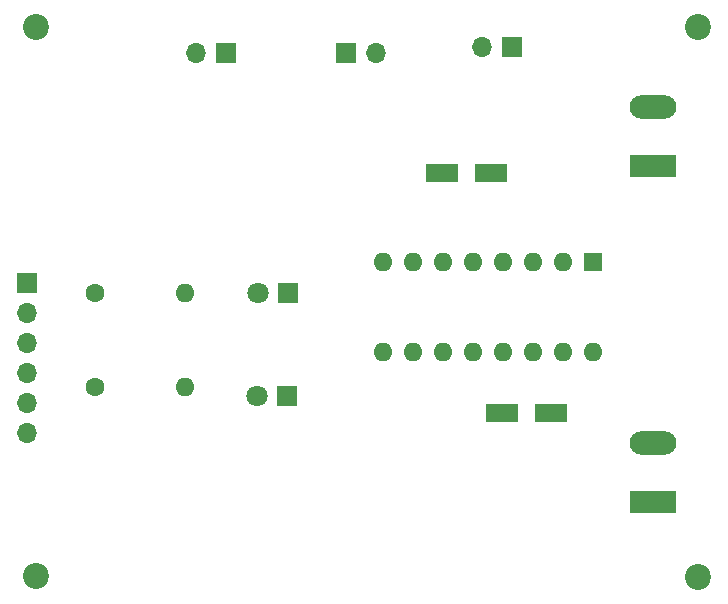
<source format=gbr>
%TF.GenerationSoftware,KiCad,Pcbnew,(6.0.4)*%
%TF.CreationDate,2022-10-15T21:28:15-07:00*%
%TF.ProjectId,RaspiCar_PCB1,52617370-6943-4617-925f-504342312e6b,rev?*%
%TF.SameCoordinates,Original*%
%TF.FileFunction,Soldermask,Top*%
%TF.FilePolarity,Negative*%
%FSLAX46Y46*%
G04 Gerber Fmt 4.6, Leading zero omitted, Abs format (unit mm)*
G04 Created by KiCad (PCBNEW (6.0.4)) date 2022-10-15 21:28:15*
%MOMM*%
%LPD*%
G01*
G04 APERTURE LIST*
G04 Aperture macros list*
%AMRoundRect*
0 Rectangle with rounded corners*
0 $1 Rounding radius*
0 $2 $3 $4 $5 $6 $7 $8 $9 X,Y pos of 4 corners*
0 Add a 4 corners polygon primitive as box body*
4,1,4,$2,$3,$4,$5,$6,$7,$8,$9,$2,$3,0*
0 Add four circle primitives for the rounded corners*
1,1,$1+$1,$2,$3*
1,1,$1+$1,$4,$5*
1,1,$1+$1,$6,$7*
1,1,$1+$1,$8,$9*
0 Add four rect primitives between the rounded corners*
20,1,$1+$1,$2,$3,$4,$5,0*
20,1,$1+$1,$4,$5,$6,$7,0*
20,1,$1+$1,$6,$7,$8,$9,0*
20,1,$1+$1,$8,$9,$2,$3,0*%
G04 Aperture macros list end*
%ADD10R,1.700000X1.700000*%
%ADD11O,1.700000X1.700000*%
%ADD12RoundRect,0.250000X-1.137500X-0.550000X1.137500X-0.550000X1.137500X0.550000X-1.137500X0.550000X0*%
%ADD13R,1.800000X1.800000*%
%ADD14C,1.800000*%
%ADD15C,2.200000*%
%ADD16C,1.600000*%
%ADD17O,1.600000X1.600000*%
%ADD18RoundRect,0.250000X1.137500X0.550000X-1.137500X0.550000X-1.137500X-0.550000X1.137500X-0.550000X0*%
%ADD19R,3.960000X1.980000*%
%ADD20O,3.960000X1.980000*%
%ADD21R,1.600000X1.600000*%
G04 APERTURE END LIST*
D10*
%TO.C,PWR_GND*%
X175260000Y-78740000D03*
D11*
X177800000Y-78740000D03*
%TD*%
D12*
%TO.C,C1*%
X183357500Y-88900000D03*
X187482500Y-88900000D03*
%TD*%
D13*
%TO.C,LED1*%
X170275000Y-99000000D03*
D14*
X167735000Y-99000000D03*
%TD*%
D15*
%TO.C,H3*%
X205000000Y-123050000D03*
%TD*%
D10*
%TO.C,ServoPWR*%
X165100000Y-78740000D03*
D11*
X162560000Y-78740000D03*
%TD*%
D16*
%TO.C,R1*%
X153940000Y-99000000D03*
D17*
X161560000Y-99000000D03*
%TD*%
D18*
%TO.C,C2*%
X192562500Y-109220000D03*
X188437500Y-109220000D03*
%TD*%
D10*
%TO.C,Raspi_Logic1*%
X148250000Y-98210000D03*
D11*
X148250000Y-100750000D03*
X148250000Y-103290000D03*
X148250000Y-105830000D03*
X148250000Y-108370000D03*
X148250000Y-110910000D03*
%TD*%
D19*
%TO.C,Motor_1*%
X201250000Y-88265000D03*
D20*
X201250000Y-83265000D03*
%TD*%
D15*
%TO.C,H1*%
X149000000Y-76500000D03*
%TD*%
D16*
%TO.C,R2*%
X153940000Y-107000000D03*
D17*
X161560000Y-107000000D03*
%TD*%
D15*
%TO.C,H4*%
X149000000Y-123000000D03*
%TD*%
D19*
%TO.C,Motor_2*%
X201250000Y-116750000D03*
D20*
X201250000Y-111750000D03*
%TD*%
D15*
%TO.C,H2*%
X205000000Y-76500000D03*
%TD*%
D13*
%TO.C,LED2*%
X170250000Y-107750000D03*
D14*
X167710000Y-107750000D03*
%TD*%
D21*
%TO.C,L293D1*%
X196125000Y-96450000D03*
D17*
X193585000Y-96450000D03*
X191045000Y-96450000D03*
X188505000Y-96450000D03*
X185965000Y-96450000D03*
X183425000Y-96450000D03*
X180885000Y-96450000D03*
X178345000Y-96450000D03*
X178345000Y-104070000D03*
X180885000Y-104070000D03*
X183425000Y-104070000D03*
X185965000Y-104070000D03*
X188505000Y-104070000D03*
X191045000Y-104070000D03*
X193585000Y-104070000D03*
X196125000Y-104070000D03*
%TD*%
D10*
%TO.C,Raspi_PWR1*%
X189275000Y-78250000D03*
D11*
X186735000Y-78250000D03*
%TD*%
M02*

</source>
